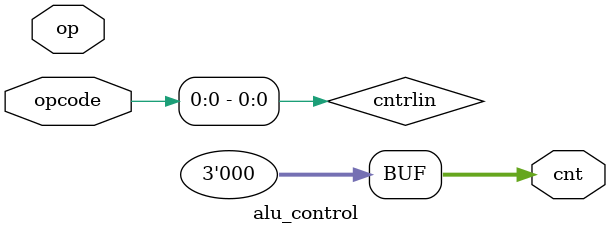
<source format=v>
module alu_control(cnt, op, opcode);
 output reg[2:0] cnt;
 input [1:0] op;
 input [3:0] opcode;
 wire [5:0] ctrlin;
 assign cntrlin = {op,opcode};
 always @(cntrlin)
 casex (cntrlin)
   6'b10xxxx: cnt=3'b000;
   6'b01xxxx: cnt=3'b001;
   6'b000010: cnt=3'b000;
   6'b000011: cnt=3'b001;
   6'b000100: cnt=3'b010;
   6'b000101: cnt=3'b011;
   6'b000110: cnt=3'b100;
   6'b000111: cnt=3'b101;
   6'b001000: cnt=3'b110;
   6'b001001: cnt=3'b111;
  default: cnt=3'b000;
  endcase
endmodule

</source>
